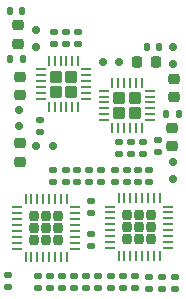
<source format=gbr>
G04 #@! TF.GenerationSoftware,KiCad,Pcbnew,9.0.4*
G04 #@! TF.CreationDate,2025-09-23T15:48:17-04:00*
G04 #@! TF.ProjectId,ESC Module,45534320-4d6f-4647-956c-652e6b696361,rev?*
G04 #@! TF.SameCoordinates,Original*
G04 #@! TF.FileFunction,Paste,Top*
G04 #@! TF.FilePolarity,Positive*
%FSLAX46Y46*%
G04 Gerber Fmt 4.6, Leading zero omitted, Abs format (unit mm)*
G04 Created by KiCad (PCBNEW 9.0.4) date 2025-09-23 15:48:17*
%MOMM*%
%LPD*%
G01*
G04 APERTURE LIST*
G04 Aperture macros list*
%AMRoundRect*
0 Rectangle with rounded corners*
0 $1 Rounding radius*
0 $2 $3 $4 $5 $6 $7 $8 $9 X,Y pos of 4 corners*
0 Add a 4 corners polygon primitive as box body*
4,1,4,$2,$3,$4,$5,$6,$7,$8,$9,$2,$3,0*
0 Add four circle primitives for the rounded corners*
1,1,$1+$1,$2,$3*
1,1,$1+$1,$4,$5*
1,1,$1+$1,$6,$7*
1,1,$1+$1,$8,$9*
0 Add four rect primitives between the rounded corners*
20,1,$1+$1,$2,$3,$4,$5,0*
20,1,$1+$1,$4,$5,$6,$7,0*
20,1,$1+$1,$6,$7,$8,$9,0*
20,1,$1+$1,$8,$9,$2,$3,0*%
G04 Aperture macros list end*
%ADD10RoundRect,0.135000X-0.135000X-0.185000X0.135000X-0.185000X0.135000X0.185000X-0.135000X0.185000X0*%
%ADD11RoundRect,0.225000X0.250000X-0.225000X0.250000X0.225000X-0.250000X0.225000X-0.250000X-0.225000X0*%
%ADD12RoundRect,0.150000X0.200000X-0.150000X0.200000X0.150000X-0.200000X0.150000X-0.200000X-0.150000X0*%
%ADD13RoundRect,0.135000X-0.185000X0.135000X-0.185000X-0.135000X0.185000X-0.135000X0.185000X0.135000X0*%
%ADD14RoundRect,0.140000X0.170000X-0.140000X0.170000X0.140000X-0.170000X0.140000X-0.170000X-0.140000X0*%
%ADD15RoundRect,0.207500X-0.207500X0.207500X-0.207500X-0.207500X0.207500X-0.207500X0.207500X0.207500X0*%
%ADD16RoundRect,0.062500X-0.062500X0.375000X-0.062500X-0.375000X0.062500X-0.375000X0.062500X0.375000X0*%
%ADD17RoundRect,0.062500X-0.375000X0.062500X-0.375000X-0.062500X0.375000X-0.062500X0.375000X0.062500X0*%
%ADD18RoundRect,0.135000X0.185000X-0.135000X0.185000X0.135000X-0.185000X0.135000X-0.185000X-0.135000X0*%
%ADD19RoundRect,0.225000X-0.250000X0.225000X-0.250000X-0.225000X0.250000X-0.225000X0.250000X0.225000X0*%
%ADD20RoundRect,0.150000X-0.150000X-0.200000X0.150000X-0.200000X0.150000X0.200000X-0.150000X0.200000X0*%
%ADD21RoundRect,0.135000X0.135000X0.185000X-0.135000X0.185000X-0.135000X-0.185000X0.135000X-0.185000X0*%
%ADD22RoundRect,0.150000X-0.200000X0.150000X-0.200000X-0.150000X0.200000X-0.150000X0.200000X0.150000X0*%
%ADD23RoundRect,0.250000X0.275000X0.275000X-0.275000X0.275000X-0.275000X-0.275000X0.275000X-0.275000X0*%
%ADD24RoundRect,0.062500X0.350000X0.062500X-0.350000X0.062500X-0.350000X-0.062500X0.350000X-0.062500X0*%
%ADD25RoundRect,0.062500X0.062500X0.350000X-0.062500X0.350000X-0.062500X-0.350000X0.062500X-0.350000X0*%
%ADD26RoundRect,0.250000X-0.275000X-0.275000X0.275000X-0.275000X0.275000X0.275000X-0.275000X0.275000X0*%
%ADD27RoundRect,0.062500X-0.350000X-0.062500X0.350000X-0.062500X0.350000X0.062500X-0.350000X0.062500X0*%
%ADD28RoundRect,0.062500X-0.062500X-0.350000X0.062500X-0.350000X0.062500X0.350000X-0.062500X0.350000X0*%
%ADD29RoundRect,0.207500X0.207500X-0.207500X0.207500X0.207500X-0.207500X0.207500X-0.207500X-0.207500X0*%
%ADD30RoundRect,0.062500X0.062500X-0.375000X0.062500X0.375000X-0.062500X0.375000X-0.062500X-0.375000X0*%
%ADD31RoundRect,0.062500X0.375000X-0.062500X0.375000X0.062500X-0.375000X0.062500X-0.375000X-0.062500X0*%
%ADD32RoundRect,0.225000X-0.225000X-0.250000X0.225000X-0.250000X0.225000X0.250000X-0.225000X0.250000X0*%
%ADD33RoundRect,0.150000X0.150000X0.200000X-0.150000X0.200000X-0.150000X-0.200000X0.150000X-0.200000X0*%
%ADD34RoundRect,0.140000X-0.170000X0.140000X-0.170000X-0.140000X0.170000X-0.140000X0.170000X0.140000X0*%
G04 APERTURE END LIST*
D10*
G04 #@! TO.C,R109*
X134230278Y-90234123D03*
X135250278Y-90234123D03*
G04 #@! TD*
D11*
G04 #@! TO.C,C8*
X121665000Y-84275000D03*
X121665000Y-82725000D03*
G04 #@! TD*
D12*
G04 #@! TO.C,D202*
X121765000Y-89875000D03*
X121765000Y-91275000D03*
G04 #@! TD*
D13*
G04 #@! TO.C,R21*
X127454495Y-103959873D03*
X127454495Y-104979873D03*
G04 #@! TD*
D14*
G04 #@! TO.C,C5*
X132767309Y-95970566D03*
X132767309Y-95010566D03*
G04 #@! TD*
D15*
G04 #@! TO.C,U305*
X132956995Y-98784873D03*
X131926995Y-98784873D03*
X130896995Y-98784873D03*
X132956995Y-99814873D03*
X131926995Y-99814873D03*
X130896995Y-99814873D03*
X132956995Y-100844873D03*
X131926995Y-100844873D03*
X130896995Y-100844873D03*
D16*
X133676995Y-97377373D03*
X133176995Y-97377373D03*
X132676995Y-97377373D03*
X132176995Y-97377373D03*
X131676995Y-97377373D03*
X131176995Y-97377373D03*
X130676995Y-97377373D03*
X130176995Y-97377373D03*
D17*
X129489495Y-98064873D03*
X129489495Y-98564873D03*
X129489495Y-99064873D03*
X129489495Y-99564873D03*
X129489495Y-100064873D03*
X129489495Y-100564873D03*
X129489495Y-101064873D03*
X129489495Y-101564873D03*
D16*
X130176995Y-102252373D03*
X130676995Y-102252373D03*
X131176995Y-102252373D03*
X131676995Y-102252373D03*
X132176995Y-102252373D03*
X132676995Y-102252373D03*
X133176995Y-102252373D03*
X133676995Y-102252373D03*
D17*
X134364495Y-101564873D03*
X134364495Y-101064873D03*
X134364495Y-100564873D03*
X134364495Y-100064873D03*
X134364495Y-99564873D03*
X134364495Y-99064873D03*
X134364495Y-98564873D03*
X134364495Y-98064873D03*
G04 #@! TD*
D18*
G04 #@! TO.C,R16*
X125412828Y-104979873D03*
X125412828Y-103959873D03*
G04 #@! TD*
G04 #@! TO.C,R202*
X132734441Y-105019435D03*
X132734441Y-103999435D03*
G04 #@! TD*
D19*
G04 #@! TO.C,C303*
X134858166Y-87276653D03*
X134858166Y-88826653D03*
G04 #@! TD*
D13*
G04 #@! TO.C,R309*
X127846412Y-97581304D03*
X127846412Y-98601304D03*
G04 #@! TD*
D20*
G04 #@! TO.C,D304*
X130240000Y-85815000D03*
X128840000Y-85815000D03*
G04 #@! TD*
D18*
G04 #@! TO.C,R311*
X131825289Y-96000566D03*
X131825289Y-94980566D03*
G04 #@! TD*
D11*
G04 #@! TO.C,C6*
X121825000Y-94265000D03*
X121825000Y-92715000D03*
G04 #@! TD*
D21*
G04 #@! TO.C,R105*
X121984073Y-81470951D03*
X120964073Y-81470951D03*
G04 #@! TD*
D13*
G04 #@! TO.C,R110*
X131221088Y-92608320D03*
X131221088Y-93628320D03*
G04 #@! TD*
G04 #@! TO.C,R22*
X124391995Y-103959873D03*
X124391995Y-104979873D03*
G04 #@! TD*
G04 #@! TO.C,R108*
X132202388Y-92611712D03*
X132202388Y-93631712D03*
G04 #@! TD*
D21*
G04 #@! TO.C,R102*
X122042653Y-85613155D03*
X121022653Y-85613155D03*
G04 #@! TD*
D18*
G04 #@! TO.C,R104*
X125746532Y-84305000D03*
X125746532Y-83285000D03*
G04 #@! TD*
D13*
G04 #@! TO.C,R312*
X134984524Y-103999434D03*
X134984524Y-105019434D03*
G04 #@! TD*
D18*
G04 #@! TO.C,R19*
X131537828Y-104979873D03*
X131537828Y-103959873D03*
G04 #@! TD*
D13*
G04 #@! TO.C,R307*
X128725328Y-94980566D03*
X128725328Y-96000566D03*
G04 #@! TD*
D18*
G04 #@! TO.C,R310*
X127704495Y-96000566D03*
X127704495Y-94980566D03*
G04 #@! TD*
D22*
G04 #@! TO.C,D301*
X134785000Y-85990000D03*
X134785000Y-84590000D03*
G04 #@! TD*
D18*
G04 #@! TO.C,R15*
X129496162Y-104979873D03*
X129496162Y-103959873D03*
G04 #@! TD*
D23*
G04 #@! TO.C,U25*
X126164408Y-88355413D03*
X126164408Y-87055413D03*
X124864408Y-88355413D03*
X124864408Y-87055413D03*
D24*
X127451908Y-88955413D03*
X127451908Y-88455413D03*
X127451908Y-87955413D03*
X127451908Y-87455413D03*
X127451908Y-86955413D03*
X127451908Y-86455413D03*
D25*
X126764408Y-85767913D03*
X126264408Y-85767913D03*
X125764408Y-85767913D03*
X125264408Y-85767913D03*
X124764408Y-85767913D03*
X124264408Y-85767913D03*
D24*
X123576908Y-86455413D03*
X123576908Y-86955413D03*
X123576908Y-87455413D03*
X123576908Y-87955413D03*
X123576908Y-88455413D03*
X123576908Y-88955413D03*
D25*
X124264408Y-89642913D03*
X124764408Y-89642913D03*
X125264408Y-89642913D03*
X125764408Y-89642913D03*
X126264408Y-89642913D03*
X126764408Y-89642913D03*
G04 #@! TD*
D18*
G04 #@! TO.C,R14*
X130516995Y-104979873D03*
X130516995Y-103959873D03*
G04 #@! TD*
D11*
G04 #@! TO.C,C304*
X134703835Y-92960584D03*
X134703835Y-91410584D03*
G04 #@! TD*
D13*
G04 #@! TO.C,R306*
X129906995Y-94980566D03*
X129906995Y-96000566D03*
G04 #@! TD*
D10*
G04 #@! TO.C,R107*
X132604719Y-84569715D03*
X133624719Y-84569715D03*
G04 #@! TD*
D18*
G04 #@! TO.C,R101*
X124745000Y-84305000D03*
X124745000Y-83285000D03*
G04 #@! TD*
D13*
G04 #@! TO.C,R111*
X133501098Y-92399202D03*
X133501098Y-93419202D03*
G04 #@! TD*
G04 #@! TO.C,R112*
X130221339Y-92610016D03*
X130221339Y-93630016D03*
G04 #@! TD*
G04 #@! TO.C,R308*
X124662828Y-94959873D03*
X124662828Y-95979873D03*
G04 #@! TD*
D26*
G04 #@! TO.C,U302*
X130225000Y-88855000D03*
X130225000Y-90155000D03*
X131525000Y-88855000D03*
X131525000Y-90155000D03*
D27*
X128937500Y-88255000D03*
X128937500Y-88755000D03*
X128937500Y-89255000D03*
X128937500Y-89755000D03*
X128937500Y-90255000D03*
X128937500Y-90755000D03*
D28*
X129625000Y-91442500D03*
X130125000Y-91442500D03*
X130625000Y-91442500D03*
X131125000Y-91442500D03*
X131625000Y-91442500D03*
X132125000Y-91442500D03*
D27*
X132812500Y-90755000D03*
X132812500Y-90255000D03*
X132812500Y-89755000D03*
X132812500Y-89255000D03*
X132812500Y-88755000D03*
X132812500Y-88255000D03*
D28*
X132125000Y-87567500D03*
X131625000Y-87567500D03*
X131125000Y-87567500D03*
X130625000Y-87567500D03*
X130125000Y-87567500D03*
X129625000Y-87567500D03*
G04 #@! TD*
D13*
G04 #@! TO.C,R305*
X130856995Y-94980566D03*
X130856995Y-96000566D03*
G04 #@! TD*
G04 #@! TO.C,R304*
X126641995Y-94980566D03*
X126641995Y-96000566D03*
G04 #@! TD*
G04 #@! TO.C,R103*
X123561330Y-90775406D03*
X123561330Y-91795406D03*
G04 #@! TD*
D18*
G04 #@! TO.C,R313*
X133844159Y-105019434D03*
X133844159Y-103999434D03*
G04 #@! TD*
D29*
G04 #@! TO.C,U203*
X123016995Y-100904873D03*
X124046995Y-100904873D03*
X125076995Y-100904873D03*
X123016995Y-99874873D03*
X124046995Y-99874873D03*
X125076995Y-99874873D03*
X123016995Y-98844873D03*
X124046995Y-98844873D03*
X125076995Y-98844873D03*
D30*
X122296995Y-102312373D03*
X122796995Y-102312373D03*
X123296995Y-102312373D03*
X123796995Y-102312373D03*
X124296995Y-102312373D03*
X124796995Y-102312373D03*
X125296995Y-102312373D03*
X125796995Y-102312373D03*
D31*
X126484495Y-101624873D03*
X126484495Y-101124873D03*
X126484495Y-100624873D03*
X126484495Y-100124873D03*
X126484495Y-99624873D03*
X126484495Y-99124873D03*
X126484495Y-98624873D03*
X126484495Y-98124873D03*
D30*
X125796995Y-97437373D03*
X125296995Y-97437373D03*
X124796995Y-97437373D03*
X124296995Y-97437373D03*
X123796995Y-97437373D03*
X123296995Y-97437373D03*
X122796995Y-97437373D03*
X122296995Y-97437373D03*
D31*
X121609495Y-98124873D03*
X121609495Y-98624873D03*
X121609495Y-99124873D03*
X121609495Y-99624873D03*
X121609495Y-100124873D03*
X121609495Y-100624873D03*
X121609495Y-101124873D03*
X121609495Y-101624873D03*
G04 #@! TD*
D32*
G04 #@! TO.C,C302*
X131776654Y-85834836D03*
X133326654Y-85834836D03*
G04 #@! TD*
D18*
G04 #@! TO.C,R17*
X126433662Y-104979873D03*
X126433662Y-103959873D03*
G04 #@! TD*
G04 #@! TO.C,R18*
X128475328Y-104979873D03*
X128475328Y-103959873D03*
G04 #@! TD*
D33*
G04 #@! TO.C,D201*
X123200000Y-92960000D03*
X124600000Y-92960000D03*
G04 #@! TD*
D13*
G04 #@! TO.C,R201*
X120833005Y-103885127D03*
X120833005Y-104905127D03*
G04 #@! TD*
D22*
G04 #@! TO.C,D203*
X123194914Y-84544686D03*
X123194914Y-83144686D03*
G04 #@! TD*
D11*
G04 #@! TO.C,C7*
X121825000Y-88625000D03*
X121825000Y-87075000D03*
G04 #@! TD*
D34*
G04 #@! TO.C,C301*
X123389574Y-103963684D03*
X123389574Y-104923684D03*
G04 #@! TD*
D18*
G04 #@! TO.C,R106*
X126705000Y-84305000D03*
X126705000Y-83285000D03*
G04 #@! TD*
D13*
G04 #@! TO.C,R303*
X125683662Y-94959873D03*
X125683662Y-95979873D03*
G04 #@! TD*
D12*
G04 #@! TO.C,D302*
X134764496Y-94334026D03*
X134764496Y-95734026D03*
G04 #@! TD*
D18*
G04 #@! TO.C,R20*
X127837232Y-101388898D03*
X127837232Y-100368898D03*
G04 #@! TD*
M02*

</source>
